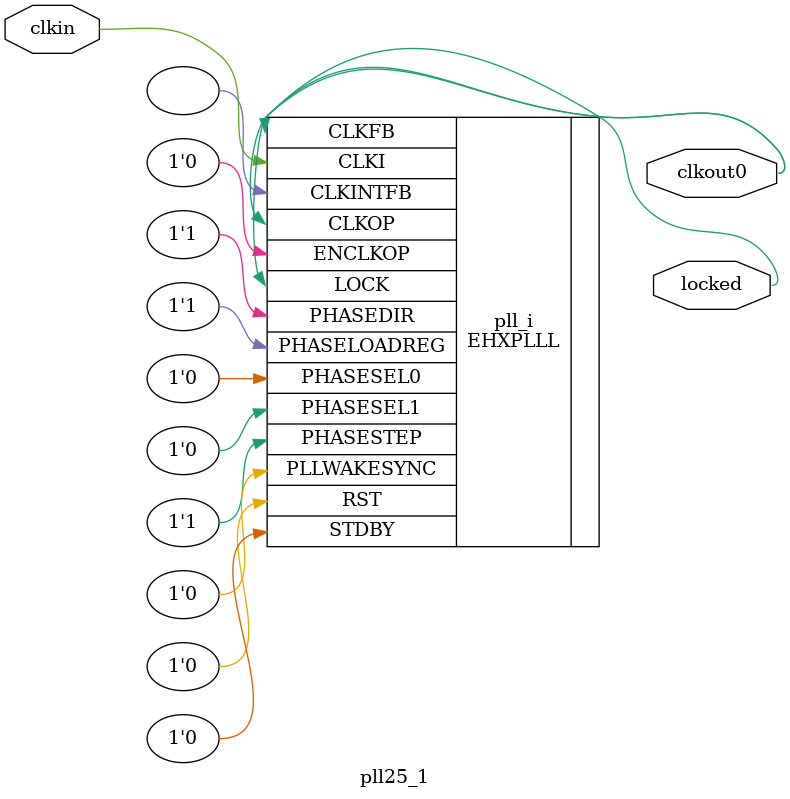
<source format=v>
module pll25_1
(
    input clkin, // 25 MHz, 0 deg
    output clkout0, // 375 MHz, 0 deg
    output locked
);
(* FREQUENCY_PIN_CLKI="25" *)
(* FREQUENCY_PIN_CLKOP="375" *)
(* ICP_CURRENT="12" *) (* LPF_RESISTOR="8" *) (* MFG_ENABLE_FILTEROPAMP="1" *) (* MFG_GMCREF_SEL="2" *)
EHXPLLL #(
        .PLLRST_ENA("DISABLED"),
        .INTFB_WAKE("DISABLED"),
        .STDBY_ENABLE("DISABLED"),
        .DPHASE_SOURCE("DISABLED"),
        .OUTDIVIDER_MUXA("DIVA"),
        .OUTDIVIDER_MUXB("DIVB"),
        .OUTDIVIDER_MUXC("DIVC"),
        .OUTDIVIDER_MUXD("DIVD"),
        .CLKI_DIV(1),
        .CLKOP_ENABLE("ENABLED"),
        .CLKOP_DIV(2),
        .CLKOP_CPHASE(0),
        .CLKOP_FPHASE(0),
        .FEEDBK_PATH("CLKOP"),
        .CLKFB_DIV(15)
    ) pll_i (
        .RST(1'b0),
        .STDBY(1'b0),
        .CLKI(clkin),
        .CLKOP(clkout0),
        .CLKFB(clkout0),
        .CLKINTFB(),
        .PHASESEL0(1'b0),
        .PHASESEL1(1'b0),
        .PHASEDIR(1'b1),
        .PHASESTEP(1'b1),
        .PHASELOADREG(1'b1),
        .PLLWAKESYNC(1'b0),
        .ENCLKOP(1'b0),
        .LOCK(locked)
	);
endmodule

</source>
